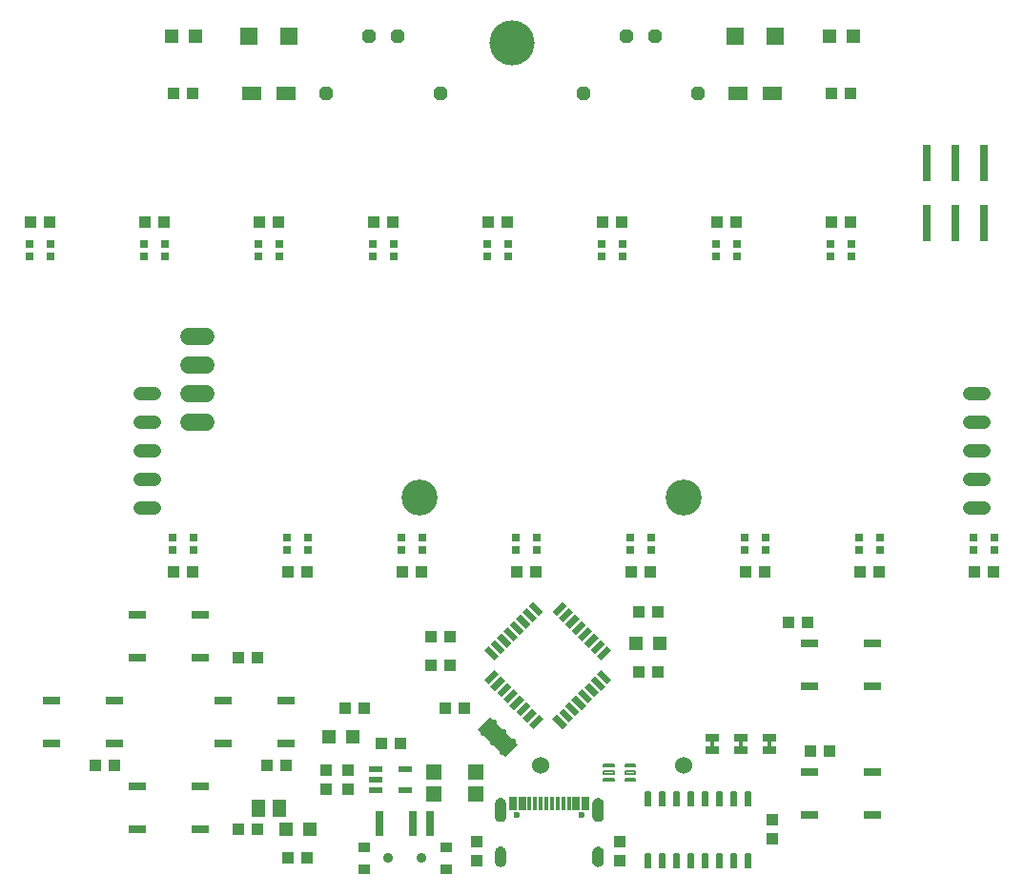
<source format=gbr>
G04 EAGLE Gerber RS-274X export*
G75*
%MOMM*%
%FSLAX34Y34*%
%LPD*%
%INSoldermask Top*%
%IPPOS*%
%AMOC8*
5,1,8,0,0,1.08239X$1,22.5*%
G01*
%ADD10C,4.000000*%
%ADD11R,1.100000X1.000000*%
%ADD12R,1.075000X1.000000*%
%ADD13R,1.240000X1.500000*%
%ADD14R,1.200000X1.200000*%
%ADD15R,1.400000X1.400000*%
%ADD16C,0.450000*%
%ADD17R,3.495041X1.534159*%
%ADD18R,1.000000X1.075000*%
%ADD19R,1.524000X0.762000*%
%ADD20C,1.219200*%
%ADD21R,1.270000X0.558800*%
%ADD22R,0.558800X1.270000*%
%ADD23R,0.700000X0.700000*%
%ADD24R,1.200000X0.550000*%
%ADD25R,0.762000X2.209800*%
%ADD26R,0.990600X0.812800*%
%ADD27C,0.900000*%
%ADD28C,1.524000*%
%ADD29C,3.200000*%
%ADD30C,0.155000*%
%ADD31C,0.195000*%
%ADD32C,1.524000*%
%ADD33R,1.270000X0.660400*%
%ADD34P,1.319650X8X202.500000*%
%ADD35P,1.319650X8X22.500000*%
%ADD36R,1.500000X1.500000*%
%ADD37R,1.800000X1.200000*%
%ADD38R,1.000000X1.100000*%
%ADD39R,0.400000X1.240000*%
%ADD40R,0.700000X1.240000*%
%ADD41C,0.600000*%
%ADD42R,0.736600X3.251200*%

G36*
X521888Y51596D02*
X521888Y51596D01*
X521894Y51602D01*
X521899Y51599D01*
X522956Y51969D01*
X522960Y51976D01*
X522966Y51973D01*
X523914Y52569D01*
X523917Y52577D01*
X523922Y52576D01*
X524714Y53368D01*
X524715Y53376D01*
X524721Y53376D01*
X525317Y54324D01*
X525316Y54333D01*
X525321Y54334D01*
X525691Y55391D01*
X525690Y55395D01*
X525692Y55397D01*
X525690Y55400D01*
X525694Y55402D01*
X525819Y56515D01*
X525817Y56518D01*
X525819Y56520D01*
X525819Y67520D01*
X525817Y67523D01*
X525819Y67526D01*
X525694Y68638D01*
X525688Y68644D01*
X525691Y68649D01*
X525321Y69706D01*
X525315Y69710D01*
X525317Y69716D01*
X524721Y70664D01*
X524713Y70667D01*
X524714Y70672D01*
X523922Y71464D01*
X523914Y71465D01*
X523914Y71471D01*
X522966Y72067D01*
X522957Y72066D01*
X522956Y72071D01*
X521899Y72441D01*
X521891Y72439D01*
X521888Y72444D01*
X520776Y72569D01*
X520769Y72565D01*
X520765Y72569D01*
X519662Y72456D01*
X519657Y72451D01*
X519655Y72451D01*
X519652Y72454D01*
X518602Y72098D01*
X518597Y72091D01*
X518592Y72093D01*
X517647Y71513D01*
X517644Y71506D01*
X517638Y71506D01*
X516847Y70731D01*
X516845Y70722D01*
X516840Y70722D01*
X516240Y69789D01*
X516241Y69781D01*
X516236Y69780D01*
X515859Y68737D01*
X515861Y68729D01*
X515856Y68726D01*
X515721Y67626D01*
X515723Y67622D01*
X515721Y67620D01*
X515721Y56620D01*
X515723Y56617D01*
X515721Y56615D01*
X515837Y55490D01*
X515842Y55484D01*
X515839Y55479D01*
X516202Y54408D01*
X516209Y54404D01*
X516206Y54398D01*
X516799Y53435D01*
X516806Y53432D01*
X516805Y53426D01*
X517597Y52618D01*
X517605Y52617D01*
X517606Y52612D01*
X518557Y52000D01*
X518565Y52001D01*
X518567Y51996D01*
X519631Y51611D01*
X519639Y51614D01*
X519642Y51609D01*
X520764Y51471D01*
X520771Y51475D01*
X520776Y51471D01*
X521888Y51596D01*
G37*
G36*
X435388Y51596D02*
X435388Y51596D01*
X435394Y51602D01*
X435399Y51599D01*
X436456Y51969D01*
X436460Y51976D01*
X436466Y51973D01*
X437414Y52569D01*
X437417Y52577D01*
X437422Y52576D01*
X438214Y53368D01*
X438215Y53376D01*
X438221Y53376D01*
X438817Y54324D01*
X438816Y54333D01*
X438821Y54334D01*
X439191Y55391D01*
X439190Y55395D01*
X439192Y55397D01*
X439190Y55400D01*
X439194Y55402D01*
X439319Y56515D01*
X439317Y56518D01*
X439319Y56520D01*
X439319Y67520D01*
X439317Y67523D01*
X439319Y67526D01*
X439194Y68638D01*
X439188Y68644D01*
X439191Y68649D01*
X438821Y69706D01*
X438815Y69710D01*
X438817Y69716D01*
X438221Y70664D01*
X438213Y70667D01*
X438214Y70672D01*
X437422Y71464D01*
X437414Y71465D01*
X437414Y71471D01*
X436466Y72067D01*
X436457Y72066D01*
X436456Y72071D01*
X435399Y72441D01*
X435391Y72439D01*
X435388Y72444D01*
X434276Y72569D01*
X434268Y72565D01*
X434265Y72569D01*
X433152Y72444D01*
X433146Y72438D01*
X433141Y72441D01*
X432084Y72071D01*
X432080Y72065D01*
X432074Y72067D01*
X431126Y71471D01*
X431123Y71463D01*
X431118Y71464D01*
X430326Y70672D01*
X430325Y70664D01*
X430319Y70664D01*
X429723Y69716D01*
X429724Y69709D01*
X429720Y69707D01*
X429720Y69706D01*
X429719Y69706D01*
X429349Y68649D01*
X429351Y68641D01*
X429346Y68638D01*
X429221Y67526D01*
X429223Y67522D01*
X429221Y67520D01*
X429221Y56520D01*
X429223Y56517D01*
X429221Y56515D01*
X429346Y55402D01*
X429352Y55396D01*
X429349Y55391D01*
X429719Y54334D01*
X429726Y54330D01*
X429723Y54324D01*
X430319Y53376D01*
X430327Y53373D01*
X430326Y53368D01*
X431118Y52576D01*
X431126Y52575D01*
X431126Y52569D01*
X432074Y51973D01*
X432083Y51974D01*
X432084Y51969D01*
X433141Y51599D01*
X433149Y51601D01*
X433152Y51596D01*
X434265Y51471D01*
X434272Y51475D01*
X434276Y51471D01*
X435388Y51596D01*
G37*
G36*
X435388Y11396D02*
X435388Y11396D01*
X435394Y11402D01*
X435399Y11399D01*
X436456Y11769D01*
X436460Y11776D01*
X436466Y11773D01*
X437414Y12369D01*
X437417Y12377D01*
X437422Y12376D01*
X438214Y13168D01*
X438215Y13176D01*
X438221Y13176D01*
X438817Y14124D01*
X438816Y14133D01*
X438821Y14134D01*
X439191Y15191D01*
X439190Y15195D01*
X439192Y15197D01*
X439190Y15200D01*
X439194Y15202D01*
X439319Y16315D01*
X439317Y16318D01*
X439319Y16320D01*
X439319Y24320D01*
X439317Y24323D01*
X439319Y24326D01*
X439194Y25438D01*
X439188Y25444D01*
X439191Y25449D01*
X438821Y26506D01*
X438815Y26510D01*
X438817Y26516D01*
X438221Y27464D01*
X438213Y27467D01*
X438214Y27472D01*
X437422Y28264D01*
X437414Y28265D01*
X437414Y28271D01*
X436466Y28867D01*
X436457Y28866D01*
X436456Y28871D01*
X435399Y29241D01*
X435391Y29239D01*
X435388Y29244D01*
X434276Y29369D01*
X434268Y29365D01*
X434265Y29369D01*
X433152Y29244D01*
X433146Y29238D01*
X433141Y29241D01*
X432084Y28871D01*
X432080Y28865D01*
X432074Y28867D01*
X431126Y28271D01*
X431123Y28263D01*
X431118Y28264D01*
X430326Y27472D01*
X430325Y27464D01*
X430319Y27464D01*
X429723Y26516D01*
X429724Y26507D01*
X429719Y26506D01*
X429349Y25449D01*
X429351Y25441D01*
X429346Y25438D01*
X429221Y24326D01*
X429223Y24322D01*
X429221Y24320D01*
X429221Y16320D01*
X429223Y16317D01*
X429221Y16315D01*
X429346Y15202D01*
X429352Y15196D01*
X429349Y15191D01*
X429719Y14134D01*
X429726Y14130D01*
X429723Y14124D01*
X430319Y13176D01*
X430327Y13173D01*
X430326Y13168D01*
X431118Y12376D01*
X431126Y12375D01*
X431126Y12369D01*
X432074Y11773D01*
X432083Y11774D01*
X432084Y11769D01*
X433141Y11399D01*
X433149Y11401D01*
X433152Y11396D01*
X434265Y11271D01*
X434272Y11275D01*
X434276Y11271D01*
X435388Y11396D01*
G37*
G36*
X521888Y11396D02*
X521888Y11396D01*
X521894Y11402D01*
X521899Y11399D01*
X522956Y11769D01*
X522960Y11776D01*
X522966Y11773D01*
X523914Y12369D01*
X523917Y12377D01*
X523922Y12376D01*
X524714Y13168D01*
X524715Y13176D01*
X524721Y13176D01*
X525317Y14124D01*
X525316Y14133D01*
X525321Y14134D01*
X525691Y15191D01*
X525690Y15195D01*
X525692Y15197D01*
X525690Y15200D01*
X525694Y15202D01*
X525819Y16315D01*
X525817Y16318D01*
X525819Y16320D01*
X525819Y24320D01*
X525817Y24323D01*
X525819Y24326D01*
X525694Y25438D01*
X525688Y25444D01*
X525691Y25449D01*
X525321Y26506D01*
X525315Y26510D01*
X525317Y26516D01*
X524721Y27464D01*
X524713Y27467D01*
X524714Y27472D01*
X523922Y28264D01*
X523914Y28265D01*
X523914Y28271D01*
X522966Y28867D01*
X522957Y28866D01*
X522956Y28871D01*
X521899Y29241D01*
X521891Y29239D01*
X521888Y29244D01*
X520776Y29369D01*
X520768Y29365D01*
X520765Y29369D01*
X519652Y29244D01*
X519646Y29238D01*
X519641Y29241D01*
X518584Y28871D01*
X518580Y28865D01*
X518574Y28867D01*
X517626Y28271D01*
X517623Y28263D01*
X517618Y28264D01*
X516826Y27472D01*
X516825Y27464D01*
X516819Y27464D01*
X516223Y26516D01*
X516224Y26507D01*
X516219Y26506D01*
X515849Y25449D01*
X515851Y25441D01*
X515846Y25438D01*
X515721Y24326D01*
X515723Y24322D01*
X515721Y24320D01*
X515721Y16320D01*
X515723Y16317D01*
X515721Y16315D01*
X515846Y15202D01*
X515852Y15196D01*
X515849Y15191D01*
X516219Y14134D01*
X516226Y14130D01*
X516223Y14124D01*
X516819Y13176D01*
X516827Y13173D01*
X516826Y13168D01*
X517618Y12376D01*
X517626Y12375D01*
X517626Y12369D01*
X518574Y11773D01*
X518583Y11774D01*
X518584Y11769D01*
X519641Y11399D01*
X519649Y11401D01*
X519652Y11396D01*
X520765Y11271D01*
X520772Y11275D01*
X520776Y11271D01*
X521888Y11396D01*
G37*
G36*
X623635Y118122D02*
X623635Y118122D01*
X623701Y118124D01*
X623744Y118142D01*
X623791Y118150D01*
X623848Y118184D01*
X623908Y118209D01*
X623943Y118240D01*
X623984Y118265D01*
X624026Y118316D01*
X624074Y118360D01*
X624096Y118402D01*
X624125Y118439D01*
X624146Y118501D01*
X624177Y118560D01*
X624185Y118614D01*
X624197Y118651D01*
X624196Y118691D01*
X624204Y118745D01*
X624204Y122555D01*
X624193Y122620D01*
X624191Y122686D01*
X624173Y122729D01*
X624165Y122776D01*
X624131Y122833D01*
X624106Y122893D01*
X624075Y122928D01*
X624050Y122969D01*
X623999Y123011D01*
X623955Y123059D01*
X623913Y123081D01*
X623876Y123110D01*
X623814Y123131D01*
X623755Y123162D01*
X623701Y123170D01*
X623664Y123182D01*
X623624Y123181D01*
X623570Y123189D01*
X621030Y123189D01*
X620965Y123178D01*
X620899Y123176D01*
X620856Y123158D01*
X620809Y123150D01*
X620752Y123116D01*
X620692Y123091D01*
X620657Y123060D01*
X620616Y123035D01*
X620575Y122984D01*
X620526Y122940D01*
X620504Y122898D01*
X620475Y122861D01*
X620454Y122799D01*
X620423Y122740D01*
X620415Y122686D01*
X620403Y122649D01*
X620403Y122645D01*
X620403Y122644D01*
X620404Y122609D01*
X620396Y122555D01*
X620396Y118745D01*
X620407Y118680D01*
X620409Y118614D01*
X620427Y118571D01*
X620435Y118524D01*
X620469Y118467D01*
X620494Y118407D01*
X620525Y118372D01*
X620550Y118331D01*
X620601Y118290D01*
X620645Y118241D01*
X620687Y118219D01*
X620724Y118190D01*
X620786Y118169D01*
X620845Y118138D01*
X620899Y118130D01*
X620936Y118118D01*
X620976Y118119D01*
X621030Y118111D01*
X623570Y118111D01*
X623635Y118122D01*
G37*
G36*
X674435Y118122D02*
X674435Y118122D01*
X674501Y118124D01*
X674544Y118142D01*
X674591Y118150D01*
X674648Y118184D01*
X674708Y118209D01*
X674743Y118240D01*
X674784Y118265D01*
X674826Y118316D01*
X674874Y118360D01*
X674896Y118402D01*
X674925Y118439D01*
X674946Y118501D01*
X674977Y118560D01*
X674985Y118614D01*
X674997Y118651D01*
X674996Y118691D01*
X675004Y118745D01*
X675004Y122555D01*
X674993Y122620D01*
X674991Y122686D01*
X674973Y122729D01*
X674965Y122776D01*
X674931Y122833D01*
X674906Y122893D01*
X674875Y122928D01*
X674850Y122969D01*
X674799Y123011D01*
X674755Y123059D01*
X674713Y123081D01*
X674676Y123110D01*
X674614Y123131D01*
X674555Y123162D01*
X674501Y123170D01*
X674464Y123182D01*
X674424Y123181D01*
X674370Y123189D01*
X671830Y123189D01*
X671765Y123178D01*
X671699Y123176D01*
X671656Y123158D01*
X671609Y123150D01*
X671552Y123116D01*
X671492Y123091D01*
X671457Y123060D01*
X671416Y123035D01*
X671375Y122984D01*
X671326Y122940D01*
X671304Y122898D01*
X671275Y122861D01*
X671254Y122799D01*
X671223Y122740D01*
X671215Y122686D01*
X671203Y122649D01*
X671203Y122645D01*
X671203Y122644D01*
X671204Y122609D01*
X671196Y122555D01*
X671196Y118745D01*
X671207Y118680D01*
X671209Y118614D01*
X671227Y118571D01*
X671235Y118524D01*
X671269Y118467D01*
X671294Y118407D01*
X671325Y118372D01*
X671350Y118331D01*
X671401Y118290D01*
X671445Y118241D01*
X671487Y118219D01*
X671524Y118190D01*
X671586Y118169D01*
X671645Y118138D01*
X671699Y118130D01*
X671736Y118118D01*
X671776Y118119D01*
X671830Y118111D01*
X674370Y118111D01*
X674435Y118122D01*
G37*
G36*
X649035Y118122D02*
X649035Y118122D01*
X649101Y118124D01*
X649144Y118142D01*
X649191Y118150D01*
X649248Y118184D01*
X649308Y118209D01*
X649343Y118240D01*
X649384Y118265D01*
X649426Y118316D01*
X649474Y118360D01*
X649496Y118402D01*
X649525Y118439D01*
X649546Y118501D01*
X649577Y118560D01*
X649585Y118614D01*
X649597Y118651D01*
X649596Y118691D01*
X649604Y118745D01*
X649604Y122555D01*
X649593Y122620D01*
X649591Y122686D01*
X649573Y122729D01*
X649565Y122776D01*
X649531Y122833D01*
X649506Y122893D01*
X649475Y122928D01*
X649450Y122969D01*
X649399Y123011D01*
X649355Y123059D01*
X649313Y123081D01*
X649276Y123110D01*
X649214Y123131D01*
X649155Y123162D01*
X649101Y123170D01*
X649064Y123182D01*
X649024Y123181D01*
X648970Y123189D01*
X646430Y123189D01*
X646365Y123178D01*
X646299Y123176D01*
X646256Y123158D01*
X646209Y123150D01*
X646152Y123116D01*
X646092Y123091D01*
X646057Y123060D01*
X646016Y123035D01*
X645975Y122984D01*
X645926Y122940D01*
X645904Y122898D01*
X645875Y122861D01*
X645854Y122799D01*
X645823Y122740D01*
X645815Y122686D01*
X645803Y122649D01*
X645803Y122645D01*
X645803Y122644D01*
X645804Y122609D01*
X645796Y122555D01*
X645796Y118745D01*
X645807Y118680D01*
X645809Y118614D01*
X645827Y118571D01*
X645835Y118524D01*
X645869Y118467D01*
X645894Y118407D01*
X645925Y118372D01*
X645950Y118331D01*
X646001Y118290D01*
X646045Y118241D01*
X646087Y118219D01*
X646124Y118190D01*
X646186Y118169D01*
X646245Y118138D01*
X646299Y118130D01*
X646336Y118118D01*
X646376Y118119D01*
X646430Y118111D01*
X648970Y118111D01*
X649035Y118122D01*
G37*
D10*
X444500Y742950D03*
D11*
X573650Y237490D03*
X556650Y237490D03*
X389500Y215900D03*
X372500Y215900D03*
D12*
X296300Y152400D03*
X313300Y152400D03*
D13*
X219100Y63500D03*
X238100Y63500D03*
D11*
X385200Y152400D03*
X402200Y152400D03*
D14*
X281600Y127000D03*
X302600Y127000D03*
D15*
X375200Y95250D03*
X412200Y95250D03*
D14*
X243500Y44450D03*
X264500Y44450D03*
D16*
X418171Y130341D02*
X428459Y140629D01*
X436944Y132144D02*
X426656Y121856D01*
X435141Y113371D02*
X445429Y123659D01*
D17*
G36*
X438696Y109220D02*
X413984Y133932D01*
X424832Y144780D01*
X449544Y120068D01*
X438696Y109220D01*
G37*
D12*
X245500Y19050D03*
X262500Y19050D03*
D18*
X279400Y97400D03*
X279400Y80400D03*
D11*
X389500Y190500D03*
X372500Y190500D03*
X556650Y184150D03*
X573650Y184150D03*
D18*
X298450Y80400D03*
X298450Y97400D03*
D19*
X764540Y171450D03*
X708660Y171450D03*
X764540Y209550D03*
X708660Y209550D03*
X764540Y57150D03*
X708660Y57150D03*
X764540Y95250D03*
X708660Y95250D03*
X111760Y234950D03*
X167640Y234950D03*
X111760Y196850D03*
X167640Y196850D03*
X111760Y82550D03*
X167640Y82550D03*
X111760Y44450D03*
X167640Y44450D03*
X35560Y158750D03*
X91440Y158750D03*
X35560Y120650D03*
X91440Y120650D03*
X187960Y158750D03*
X243840Y158750D03*
X187960Y120650D03*
X243840Y120650D03*
D20*
X851154Y431800D02*
X863346Y431800D01*
X863346Y406400D02*
X851154Y406400D01*
X851154Y381000D02*
X863346Y381000D01*
X863346Y355600D02*
X851154Y355600D01*
X851154Y330200D02*
X863346Y330200D01*
X126746Y330200D02*
X114554Y330200D01*
X114554Y355600D02*
X126746Y355600D01*
X126746Y381000D02*
X114554Y381000D01*
X114554Y406400D02*
X126746Y406400D01*
X126746Y431800D02*
X114554Y431800D01*
D21*
G36*
X432563Y182460D02*
X423584Y173481D01*
X419633Y177432D01*
X428612Y186411D01*
X432563Y182460D01*
G37*
G36*
X438220Y176803D02*
X429241Y167824D01*
X425290Y171775D01*
X434269Y180754D01*
X438220Y176803D01*
G37*
G36*
X443876Y171146D02*
X434897Y162167D01*
X430946Y166118D01*
X439925Y175097D01*
X443876Y171146D01*
G37*
G36*
X449533Y165489D02*
X440554Y156510D01*
X436603Y160461D01*
X445582Y169440D01*
X449533Y165489D01*
G37*
G36*
X455190Y159832D02*
X446211Y150853D01*
X442260Y154804D01*
X451239Y163783D01*
X455190Y159832D01*
G37*
G36*
X460847Y154175D02*
X451868Y145196D01*
X447917Y149147D01*
X456896Y158126D01*
X460847Y154175D01*
G37*
G36*
X466504Y148519D02*
X457525Y139540D01*
X453574Y143491D01*
X462553Y152470D01*
X466504Y148519D01*
G37*
G36*
X472161Y142862D02*
X463182Y133883D01*
X459231Y137834D01*
X468210Y146813D01*
X472161Y142862D01*
G37*
D22*
G36*
X493269Y137834D02*
X489318Y133883D01*
X480339Y142862D01*
X484290Y146813D01*
X493269Y137834D01*
G37*
G36*
X498926Y143491D02*
X494975Y139540D01*
X485996Y148519D01*
X489947Y152470D01*
X498926Y143491D01*
G37*
G36*
X504583Y149147D02*
X500632Y145196D01*
X491653Y154175D01*
X495604Y158126D01*
X504583Y149147D01*
G37*
G36*
X510240Y154804D02*
X506289Y150853D01*
X497310Y159832D01*
X501261Y163783D01*
X510240Y154804D01*
G37*
G36*
X515897Y160461D02*
X511946Y156510D01*
X502967Y165489D01*
X506918Y169440D01*
X515897Y160461D01*
G37*
G36*
X521554Y166118D02*
X517603Y162167D01*
X508624Y171146D01*
X512575Y175097D01*
X521554Y166118D01*
G37*
G36*
X527210Y171775D02*
X523259Y167824D01*
X514280Y176803D01*
X518231Y180754D01*
X527210Y171775D01*
G37*
G36*
X532867Y177432D02*
X528916Y173481D01*
X519937Y182460D01*
X523888Y186411D01*
X532867Y177432D01*
G37*
D21*
G36*
X532867Y203568D02*
X523888Y194589D01*
X519937Y198540D01*
X528916Y207519D01*
X532867Y203568D01*
G37*
G36*
X527210Y209225D02*
X518231Y200246D01*
X514280Y204197D01*
X523259Y213176D01*
X527210Y209225D01*
G37*
G36*
X521554Y214882D02*
X512575Y205903D01*
X508624Y209854D01*
X517603Y218833D01*
X521554Y214882D01*
G37*
G36*
X515897Y220539D02*
X506918Y211560D01*
X502967Y215511D01*
X511946Y224490D01*
X515897Y220539D01*
G37*
G36*
X510240Y226196D02*
X501261Y217217D01*
X497310Y221168D01*
X506289Y230147D01*
X510240Y226196D01*
G37*
G36*
X504583Y231853D02*
X495604Y222874D01*
X491653Y226825D01*
X500632Y235804D01*
X504583Y231853D01*
G37*
G36*
X498926Y237509D02*
X489947Y228530D01*
X485996Y232481D01*
X494975Y241460D01*
X498926Y237509D01*
G37*
G36*
X493269Y243166D02*
X484290Y234187D01*
X480339Y238138D01*
X489318Y247117D01*
X493269Y243166D01*
G37*
D22*
G36*
X472161Y238138D02*
X468210Y234187D01*
X459231Y243166D01*
X463182Y247117D01*
X472161Y238138D01*
G37*
G36*
X466504Y232481D02*
X462553Y228530D01*
X453574Y237509D01*
X457525Y241460D01*
X466504Y232481D01*
G37*
G36*
X460847Y226825D02*
X456896Y222874D01*
X447917Y231853D01*
X451868Y235804D01*
X460847Y226825D01*
G37*
G36*
X455190Y221168D02*
X451239Y217217D01*
X442260Y226196D01*
X446211Y230147D01*
X455190Y221168D01*
G37*
G36*
X449533Y215511D02*
X445582Y211560D01*
X436603Y220539D01*
X440554Y224490D01*
X449533Y215511D01*
G37*
G36*
X443876Y209854D02*
X439925Y205903D01*
X430946Y214882D01*
X434897Y218833D01*
X443876Y209854D01*
G37*
G36*
X438220Y204197D02*
X434269Y200246D01*
X425290Y209225D01*
X429241Y213176D01*
X438220Y204197D01*
G37*
G36*
X432563Y198540D02*
X428612Y194589D01*
X419633Y203568D01*
X423584Y207519D01*
X432563Y198540D01*
G37*
D23*
X321050Y564300D03*
X321050Y553300D03*
X339350Y553300D03*
X339350Y564300D03*
X422650Y564300D03*
X422650Y553300D03*
X440950Y553300D03*
X440950Y564300D03*
X524250Y564300D03*
X524250Y553300D03*
X542550Y553300D03*
X542550Y564300D03*
X625850Y564300D03*
X625850Y553300D03*
X644150Y553300D03*
X644150Y564300D03*
X727450Y564300D03*
X727450Y553300D03*
X745750Y553300D03*
X745750Y564300D03*
X872750Y292950D03*
X872750Y303950D03*
X854450Y303950D03*
X854450Y292950D03*
X771150Y292950D03*
X771150Y303950D03*
X752850Y303950D03*
X752850Y292950D03*
X669550Y292950D03*
X669550Y303950D03*
X651250Y303950D03*
X651250Y292950D03*
X567950Y292950D03*
X567950Y303950D03*
X549650Y303950D03*
X549650Y292950D03*
X466350Y292950D03*
X466350Y303950D03*
X448050Y303950D03*
X448050Y292950D03*
D24*
X323549Y98400D03*
X323549Y88900D03*
X323549Y79400D03*
X349551Y79400D03*
X349551Y98400D03*
D23*
X364750Y292950D03*
X364750Y303950D03*
X346450Y303950D03*
X346450Y292950D03*
X16250Y564300D03*
X16250Y553300D03*
X34550Y553300D03*
X34550Y564300D03*
X117850Y564300D03*
X117850Y553300D03*
X136150Y553300D03*
X136150Y564300D03*
D25*
X371750Y50057D03*
X356750Y50057D03*
X326750Y50057D03*
D26*
X312750Y9400D03*
X312750Y28700D03*
X385750Y9400D03*
X385750Y28700D03*
D27*
X334264Y19050D03*
X364236Y19050D03*
D28*
X596900Y101600D03*
X469900Y101600D03*
D29*
X596900Y339090D03*
X361950Y339090D03*
D30*
X651725Y77725D02*
X651725Y66175D01*
X651725Y77725D02*
X656375Y77725D01*
X656375Y66175D01*
X651725Y66175D01*
X651725Y67647D02*
X656375Y67647D01*
X656375Y69119D02*
X651725Y69119D01*
X651725Y70591D02*
X656375Y70591D01*
X656375Y72063D02*
X651725Y72063D01*
X651725Y73535D02*
X656375Y73535D01*
X656375Y75007D02*
X651725Y75007D01*
X651725Y76479D02*
X656375Y76479D01*
X639025Y77725D02*
X639025Y66175D01*
X639025Y77725D02*
X643675Y77725D01*
X643675Y66175D01*
X639025Y66175D01*
X639025Y67647D02*
X643675Y67647D01*
X643675Y69119D02*
X639025Y69119D01*
X639025Y70591D02*
X643675Y70591D01*
X643675Y72063D02*
X639025Y72063D01*
X639025Y73535D02*
X643675Y73535D01*
X643675Y75007D02*
X639025Y75007D01*
X639025Y76479D02*
X643675Y76479D01*
X626325Y77725D02*
X626325Y66175D01*
X626325Y77725D02*
X630975Y77725D01*
X630975Y66175D01*
X626325Y66175D01*
X626325Y67647D02*
X630975Y67647D01*
X630975Y69119D02*
X626325Y69119D01*
X626325Y70591D02*
X630975Y70591D01*
X630975Y72063D02*
X626325Y72063D01*
X626325Y73535D02*
X630975Y73535D01*
X630975Y75007D02*
X626325Y75007D01*
X626325Y76479D02*
X630975Y76479D01*
X613625Y77725D02*
X613625Y66175D01*
X613625Y77725D02*
X618275Y77725D01*
X618275Y66175D01*
X613625Y66175D01*
X613625Y67647D02*
X618275Y67647D01*
X618275Y69119D02*
X613625Y69119D01*
X613625Y70591D02*
X618275Y70591D01*
X618275Y72063D02*
X613625Y72063D01*
X613625Y73535D02*
X618275Y73535D01*
X618275Y75007D02*
X613625Y75007D01*
X613625Y76479D02*
X618275Y76479D01*
X600925Y77725D02*
X600925Y66175D01*
X600925Y77725D02*
X605575Y77725D01*
X605575Y66175D01*
X600925Y66175D01*
X600925Y67647D02*
X605575Y67647D01*
X605575Y69119D02*
X600925Y69119D01*
X600925Y70591D02*
X605575Y70591D01*
X605575Y72063D02*
X600925Y72063D01*
X600925Y73535D02*
X605575Y73535D01*
X605575Y75007D02*
X600925Y75007D01*
X600925Y76479D02*
X605575Y76479D01*
X588225Y77725D02*
X588225Y66175D01*
X588225Y77725D02*
X592875Y77725D01*
X592875Y66175D01*
X588225Y66175D01*
X588225Y67647D02*
X592875Y67647D01*
X592875Y69119D02*
X588225Y69119D01*
X588225Y70591D02*
X592875Y70591D01*
X592875Y72063D02*
X588225Y72063D01*
X588225Y73535D02*
X592875Y73535D01*
X592875Y75007D02*
X588225Y75007D01*
X588225Y76479D02*
X592875Y76479D01*
X575525Y77725D02*
X575525Y66175D01*
X575525Y77725D02*
X580175Y77725D01*
X580175Y66175D01*
X575525Y66175D01*
X575525Y67647D02*
X580175Y67647D01*
X580175Y69119D02*
X575525Y69119D01*
X575525Y70591D02*
X580175Y70591D01*
X580175Y72063D02*
X575525Y72063D01*
X575525Y73535D02*
X580175Y73535D01*
X580175Y75007D02*
X575525Y75007D01*
X575525Y76479D02*
X580175Y76479D01*
X562825Y77725D02*
X562825Y66175D01*
X562825Y77725D02*
X567475Y77725D01*
X567475Y66175D01*
X562825Y66175D01*
X562825Y67647D02*
X567475Y67647D01*
X567475Y69119D02*
X562825Y69119D01*
X562825Y70591D02*
X567475Y70591D01*
X567475Y72063D02*
X562825Y72063D01*
X562825Y73535D02*
X567475Y73535D01*
X567475Y75007D02*
X562825Y75007D01*
X562825Y76479D02*
X567475Y76479D01*
X562825Y22725D02*
X562825Y11175D01*
X562825Y22725D02*
X567475Y22725D01*
X567475Y11175D01*
X562825Y11175D01*
X562825Y12647D02*
X567475Y12647D01*
X567475Y14119D02*
X562825Y14119D01*
X562825Y15591D02*
X567475Y15591D01*
X567475Y17063D02*
X562825Y17063D01*
X562825Y18535D02*
X567475Y18535D01*
X567475Y20007D02*
X562825Y20007D01*
X562825Y21479D02*
X567475Y21479D01*
X575525Y22725D02*
X575525Y11175D01*
X575525Y22725D02*
X580175Y22725D01*
X580175Y11175D01*
X575525Y11175D01*
X575525Y12647D02*
X580175Y12647D01*
X580175Y14119D02*
X575525Y14119D01*
X575525Y15591D02*
X580175Y15591D01*
X580175Y17063D02*
X575525Y17063D01*
X575525Y18535D02*
X580175Y18535D01*
X580175Y20007D02*
X575525Y20007D01*
X575525Y21479D02*
X580175Y21479D01*
X588225Y22725D02*
X588225Y11175D01*
X588225Y22725D02*
X592875Y22725D01*
X592875Y11175D01*
X588225Y11175D01*
X588225Y12647D02*
X592875Y12647D01*
X592875Y14119D02*
X588225Y14119D01*
X588225Y15591D02*
X592875Y15591D01*
X592875Y17063D02*
X588225Y17063D01*
X588225Y18535D02*
X592875Y18535D01*
X592875Y20007D02*
X588225Y20007D01*
X588225Y21479D02*
X592875Y21479D01*
X600925Y22725D02*
X600925Y11175D01*
X600925Y22725D02*
X605575Y22725D01*
X605575Y11175D01*
X600925Y11175D01*
X600925Y12647D02*
X605575Y12647D01*
X605575Y14119D02*
X600925Y14119D01*
X600925Y15591D02*
X605575Y15591D01*
X605575Y17063D02*
X600925Y17063D01*
X600925Y18535D02*
X605575Y18535D01*
X605575Y20007D02*
X600925Y20007D01*
X600925Y21479D02*
X605575Y21479D01*
X613625Y22725D02*
X613625Y11175D01*
X613625Y22725D02*
X618275Y22725D01*
X618275Y11175D01*
X613625Y11175D01*
X613625Y12647D02*
X618275Y12647D01*
X618275Y14119D02*
X613625Y14119D01*
X613625Y15591D02*
X618275Y15591D01*
X618275Y17063D02*
X613625Y17063D01*
X613625Y18535D02*
X618275Y18535D01*
X618275Y20007D02*
X613625Y20007D01*
X613625Y21479D02*
X618275Y21479D01*
X626325Y22725D02*
X626325Y11175D01*
X626325Y22725D02*
X630975Y22725D01*
X630975Y11175D01*
X626325Y11175D01*
X626325Y12647D02*
X630975Y12647D01*
X630975Y14119D02*
X626325Y14119D01*
X626325Y15591D02*
X630975Y15591D01*
X630975Y17063D02*
X626325Y17063D01*
X626325Y18535D02*
X630975Y18535D01*
X630975Y20007D02*
X626325Y20007D01*
X626325Y21479D02*
X630975Y21479D01*
X639025Y22725D02*
X639025Y11175D01*
X639025Y22725D02*
X643675Y22725D01*
X643675Y11175D01*
X639025Y11175D01*
X639025Y12647D02*
X643675Y12647D01*
X643675Y14119D02*
X639025Y14119D01*
X639025Y15591D02*
X643675Y15591D01*
X643675Y17063D02*
X639025Y17063D01*
X639025Y18535D02*
X643675Y18535D01*
X643675Y20007D02*
X639025Y20007D01*
X639025Y21479D02*
X643675Y21479D01*
X651725Y22725D02*
X651725Y11175D01*
X651725Y22725D02*
X656375Y22725D01*
X656375Y11175D01*
X651725Y11175D01*
X651725Y12647D02*
X656375Y12647D01*
X656375Y14119D02*
X651725Y14119D01*
X651725Y15591D02*
X656375Y15591D01*
X656375Y17063D02*
X651725Y17063D01*
X651725Y18535D02*
X656375Y18535D01*
X656375Y20007D02*
X651725Y20007D01*
X651725Y21479D02*
X656375Y21479D01*
D31*
X553425Y89725D02*
X544775Y89725D01*
X553425Y89725D02*
X553425Y87775D01*
X544775Y87775D01*
X544775Y89725D01*
X544775Y89627D02*
X553425Y89627D01*
X553425Y96225D02*
X544775Y96225D01*
X553425Y96225D02*
X553425Y94275D01*
X544775Y94275D01*
X544775Y96225D01*
X544775Y96127D02*
X553425Y96127D01*
X553425Y102725D02*
X544775Y102725D01*
X553425Y102725D02*
X553425Y100775D01*
X544775Y100775D01*
X544775Y102725D01*
X544775Y102627D02*
X553425Y102627D01*
X534725Y102725D02*
X526075Y102725D01*
X534725Y102725D02*
X534725Y100775D01*
X526075Y100775D01*
X526075Y102725D01*
X526075Y102627D02*
X534725Y102627D01*
X534725Y96225D02*
X526075Y96225D01*
X534725Y96225D02*
X534725Y94275D01*
X526075Y94275D01*
X526075Y96225D01*
X526075Y96127D02*
X534725Y96127D01*
X534725Y89725D02*
X526075Y89725D01*
X534725Y89725D02*
X534725Y87775D01*
X526075Y87775D01*
X526075Y89725D01*
X526075Y89627D02*
X534725Y89627D01*
D23*
X219450Y564300D03*
X219450Y553300D03*
X237750Y553300D03*
X237750Y564300D03*
D32*
X172720Y482600D02*
X157480Y482600D01*
X157480Y457200D02*
X172720Y457200D01*
X172720Y431800D02*
X157480Y431800D01*
X157480Y406400D02*
X172720Y406400D01*
D23*
X263150Y292950D03*
X263150Y303950D03*
X244850Y303950D03*
X244850Y292950D03*
X161550Y292950D03*
X161550Y303950D03*
X143250Y303950D03*
X143250Y292950D03*
D14*
X575650Y209550D03*
X554650Y209550D03*
D11*
X33900Y584200D03*
X16900Y584200D03*
X135500Y584200D03*
X118500Y584200D03*
X237100Y584200D03*
X220100Y584200D03*
X338700Y584200D03*
X321700Y584200D03*
X440300Y584200D03*
X423300Y584200D03*
X541900Y584200D03*
X524900Y584200D03*
X643500Y584200D03*
X626500Y584200D03*
X745100Y584200D03*
X728100Y584200D03*
X855100Y273050D03*
X872100Y273050D03*
X753500Y273050D03*
X770500Y273050D03*
X651900Y273050D03*
X668900Y273050D03*
X550300Y273050D03*
X567300Y273050D03*
X448700Y273050D03*
X465700Y273050D03*
X347100Y273050D03*
X364100Y273050D03*
X245500Y273050D03*
X262500Y273050D03*
X143900Y273050D03*
X160900Y273050D03*
D15*
X375200Y76200D03*
X412200Y76200D03*
D33*
X622300Y125857D03*
X622300Y115443D03*
X647700Y125857D03*
X647700Y115443D03*
X673100Y125857D03*
X673100Y115443D03*
D34*
X381000Y698500D03*
X279400Y698500D03*
X609600Y698500D03*
X508000Y698500D03*
D35*
X317500Y749300D03*
X342900Y749300D03*
X546100Y749300D03*
X571500Y749300D03*
D36*
X677900Y749300D03*
X642900Y749300D03*
X246100Y749300D03*
X211100Y749300D03*
D37*
X213610Y698500D03*
X243590Y698500D03*
X645410Y698500D03*
X675390Y698500D03*
D14*
X162900Y749300D03*
X141900Y749300D03*
D12*
X160900Y698500D03*
X143900Y698500D03*
D14*
X747100Y749300D03*
X726100Y749300D03*
D12*
X745100Y698500D03*
X728100Y698500D03*
D38*
X675640Y52950D03*
X675640Y35950D03*
D12*
X328050Y120650D03*
X345050Y120650D03*
D39*
X460020Y67820D03*
X465020Y67820D03*
X470020Y67820D03*
X495020Y67820D03*
X490020Y67820D03*
X485020Y67820D03*
X475020Y67820D03*
X480020Y67820D03*
D40*
X445520Y67820D03*
X509520Y67820D03*
X453520Y67820D03*
X501520Y67820D03*
D41*
X448620Y57120D03*
X506420Y57120D03*
D18*
X412750Y33900D03*
X412750Y16900D03*
X539750Y33900D03*
X539750Y16900D03*
D11*
X91050Y101600D03*
X74050Y101600D03*
X201050Y44450D03*
X218050Y44450D03*
X201050Y196850D03*
X218050Y196850D03*
X243450Y101600D03*
X226450Y101600D03*
X707000Y228600D03*
X690000Y228600D03*
X709050Y114300D03*
X726050Y114300D03*
D42*
X812800Y636270D03*
X812800Y582930D03*
X838200Y636270D03*
X838200Y582930D03*
X863600Y636270D03*
X863600Y582930D03*
M02*

</source>
